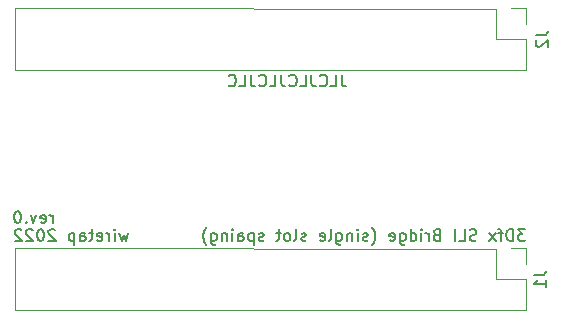
<source format=gbr>
%TF.GenerationSoftware,KiCad,Pcbnew,(5.1.6)-1*%
%TF.CreationDate,2022-09-19T12:58:48-04:00*%
%TF.ProjectId,3dfx-sli-1slot,33646678-2d73-46c6-992d-31736c6f742e,rev?*%
%TF.SameCoordinates,Original*%
%TF.FileFunction,Legend,Bot*%
%TF.FilePolarity,Positive*%
%FSLAX46Y46*%
G04 Gerber Fmt 4.6, Leading zero omitted, Abs format (unit mm)*
G04 Created by KiCad (PCBNEW (5.1.6)-1) date 2022-09-19 12:58:48*
%MOMM*%
%LPD*%
G01*
G04 APERTURE LIST*
%ADD10C,0.150000*%
%ADD11C,0.120000*%
G04 APERTURE END LIST*
D10*
X157654047Y-91019380D02*
X157654047Y-91733666D01*
X157701666Y-91876523D01*
X157796904Y-91971761D01*
X157939761Y-92019380D01*
X158035000Y-92019380D01*
X156701666Y-92019380D02*
X157177857Y-92019380D01*
X157177857Y-91019380D01*
X155796904Y-91924142D02*
X155844523Y-91971761D01*
X155987380Y-92019380D01*
X156082619Y-92019380D01*
X156225476Y-91971761D01*
X156320714Y-91876523D01*
X156368333Y-91781285D01*
X156415952Y-91590809D01*
X156415952Y-91447952D01*
X156368333Y-91257476D01*
X156320714Y-91162238D01*
X156225476Y-91067000D01*
X156082619Y-91019380D01*
X155987380Y-91019380D01*
X155844523Y-91067000D01*
X155796904Y-91114619D01*
X155082619Y-91019380D02*
X155082619Y-91733666D01*
X155130238Y-91876523D01*
X155225476Y-91971761D01*
X155368333Y-92019380D01*
X155463571Y-92019380D01*
X154130238Y-92019380D02*
X154606428Y-92019380D01*
X154606428Y-91019380D01*
X153225476Y-91924142D02*
X153273095Y-91971761D01*
X153415952Y-92019380D01*
X153511190Y-92019380D01*
X153654047Y-91971761D01*
X153749285Y-91876523D01*
X153796904Y-91781285D01*
X153844523Y-91590809D01*
X153844523Y-91447952D01*
X153796904Y-91257476D01*
X153749285Y-91162238D01*
X153654047Y-91067000D01*
X153511190Y-91019380D01*
X153415952Y-91019380D01*
X153273095Y-91067000D01*
X153225476Y-91114619D01*
X152511190Y-91019380D02*
X152511190Y-91733666D01*
X152558809Y-91876523D01*
X152654047Y-91971761D01*
X152796904Y-92019380D01*
X152892142Y-92019380D01*
X151558809Y-92019380D02*
X152035000Y-92019380D01*
X152035000Y-91019380D01*
X150654047Y-91924142D02*
X150701666Y-91971761D01*
X150844523Y-92019380D01*
X150939761Y-92019380D01*
X151082619Y-91971761D01*
X151177857Y-91876523D01*
X151225476Y-91781285D01*
X151273095Y-91590809D01*
X151273095Y-91447952D01*
X151225476Y-91257476D01*
X151177857Y-91162238D01*
X151082619Y-91067000D01*
X150939761Y-91019380D01*
X150844523Y-91019380D01*
X150701666Y-91067000D01*
X150654047Y-91114619D01*
X149939761Y-91019380D02*
X149939761Y-91733666D01*
X149987380Y-91876523D01*
X150082619Y-91971761D01*
X150225476Y-92019380D01*
X150320714Y-92019380D01*
X148987380Y-92019380D02*
X149463571Y-92019380D01*
X149463571Y-91019380D01*
X148082619Y-91924142D02*
X148130238Y-91971761D01*
X148273095Y-92019380D01*
X148368333Y-92019380D01*
X148511190Y-91971761D01*
X148606428Y-91876523D01*
X148654047Y-91781285D01*
X148701666Y-91590809D01*
X148701666Y-91447952D01*
X148654047Y-91257476D01*
X148606428Y-91162238D01*
X148511190Y-91067000D01*
X148368333Y-91019380D01*
X148273095Y-91019380D01*
X148130238Y-91067000D01*
X148082619Y-91114619D01*
X133167238Y-103576380D02*
X133167238Y-102909714D01*
X133167238Y-103100190D02*
X133119619Y-103004952D01*
X133072000Y-102957333D01*
X132976761Y-102909714D01*
X132881523Y-102909714D01*
X132167238Y-103528761D02*
X132262476Y-103576380D01*
X132452952Y-103576380D01*
X132548190Y-103528761D01*
X132595809Y-103433523D01*
X132595809Y-103052571D01*
X132548190Y-102957333D01*
X132452952Y-102909714D01*
X132262476Y-102909714D01*
X132167238Y-102957333D01*
X132119619Y-103052571D01*
X132119619Y-103147809D01*
X132595809Y-103243047D01*
X131786285Y-102909714D02*
X131548190Y-103576380D01*
X131310095Y-102909714D01*
X130929142Y-103481142D02*
X130881523Y-103528761D01*
X130929142Y-103576380D01*
X130976761Y-103528761D01*
X130929142Y-103481142D01*
X130929142Y-103576380D01*
X130262476Y-102576380D02*
X130167238Y-102576380D01*
X130072000Y-102624000D01*
X130024380Y-102671619D01*
X129976761Y-102766857D01*
X129929142Y-102957333D01*
X129929142Y-103195428D01*
X129976761Y-103385904D01*
X130024380Y-103481142D01*
X130072000Y-103528761D01*
X130167238Y-103576380D01*
X130262476Y-103576380D01*
X130357714Y-103528761D01*
X130405333Y-103481142D01*
X130452952Y-103385904D01*
X130500571Y-103195428D01*
X130500571Y-102957333D01*
X130452952Y-102766857D01*
X130405333Y-102671619D01*
X130357714Y-102624000D01*
X130262476Y-102576380D01*
X139580333Y-104433714D02*
X139389857Y-105100380D01*
X139199380Y-104624190D01*
X139008904Y-105100380D01*
X138818428Y-104433714D01*
X138437476Y-105100380D02*
X138437476Y-104433714D01*
X138437476Y-104100380D02*
X138485095Y-104148000D01*
X138437476Y-104195619D01*
X138389857Y-104148000D01*
X138437476Y-104100380D01*
X138437476Y-104195619D01*
X137961285Y-105100380D02*
X137961285Y-104433714D01*
X137961285Y-104624190D02*
X137913666Y-104528952D01*
X137866047Y-104481333D01*
X137770809Y-104433714D01*
X137675571Y-104433714D01*
X136961285Y-105052761D02*
X137056523Y-105100380D01*
X137247000Y-105100380D01*
X137342238Y-105052761D01*
X137389857Y-104957523D01*
X137389857Y-104576571D01*
X137342238Y-104481333D01*
X137247000Y-104433714D01*
X137056523Y-104433714D01*
X136961285Y-104481333D01*
X136913666Y-104576571D01*
X136913666Y-104671809D01*
X137389857Y-104767047D01*
X136627952Y-104433714D02*
X136247000Y-104433714D01*
X136485095Y-104100380D02*
X136485095Y-104957523D01*
X136437476Y-105052761D01*
X136342238Y-105100380D01*
X136247000Y-105100380D01*
X135485095Y-105100380D02*
X135485095Y-104576571D01*
X135532714Y-104481333D01*
X135627952Y-104433714D01*
X135818428Y-104433714D01*
X135913666Y-104481333D01*
X135485095Y-105052761D02*
X135580333Y-105100380D01*
X135818428Y-105100380D01*
X135913666Y-105052761D01*
X135961285Y-104957523D01*
X135961285Y-104862285D01*
X135913666Y-104767047D01*
X135818428Y-104719428D01*
X135580333Y-104719428D01*
X135485095Y-104671809D01*
X135008904Y-104433714D02*
X135008904Y-105433714D01*
X135008904Y-104481333D02*
X134913666Y-104433714D01*
X134723190Y-104433714D01*
X134627952Y-104481333D01*
X134580333Y-104528952D01*
X134532714Y-104624190D01*
X134532714Y-104909904D01*
X134580333Y-105005142D01*
X134627952Y-105052761D01*
X134723190Y-105100380D01*
X134913666Y-105100380D01*
X135008904Y-105052761D01*
X133389857Y-104195619D02*
X133342238Y-104148000D01*
X133247000Y-104100380D01*
X133008904Y-104100380D01*
X132913666Y-104148000D01*
X132866047Y-104195619D01*
X132818428Y-104290857D01*
X132818428Y-104386095D01*
X132866047Y-104528952D01*
X133437476Y-105100380D01*
X132818428Y-105100380D01*
X132199380Y-104100380D02*
X132104142Y-104100380D01*
X132008904Y-104148000D01*
X131961285Y-104195619D01*
X131913666Y-104290857D01*
X131866047Y-104481333D01*
X131866047Y-104719428D01*
X131913666Y-104909904D01*
X131961285Y-105005142D01*
X132008904Y-105052761D01*
X132104142Y-105100380D01*
X132199380Y-105100380D01*
X132294619Y-105052761D01*
X132342238Y-105005142D01*
X132389857Y-104909904D01*
X132437476Y-104719428D01*
X132437476Y-104481333D01*
X132389857Y-104290857D01*
X132342238Y-104195619D01*
X132294619Y-104148000D01*
X132199380Y-104100380D01*
X131485095Y-104195619D02*
X131437476Y-104148000D01*
X131342238Y-104100380D01*
X131104142Y-104100380D01*
X131008904Y-104148000D01*
X130961285Y-104195619D01*
X130913666Y-104290857D01*
X130913666Y-104386095D01*
X130961285Y-104528952D01*
X131532714Y-105100380D01*
X130913666Y-105100380D01*
X130532714Y-104195619D02*
X130485095Y-104148000D01*
X130389857Y-104100380D01*
X130151761Y-104100380D01*
X130056523Y-104148000D01*
X130008904Y-104195619D01*
X129961285Y-104290857D01*
X129961285Y-104386095D01*
X130008904Y-104528952D01*
X130580333Y-105100380D01*
X129961285Y-105100380D01*
X173202476Y-104100380D02*
X172583428Y-104100380D01*
X172916761Y-104481333D01*
X172773904Y-104481333D01*
X172678666Y-104528952D01*
X172631047Y-104576571D01*
X172583428Y-104671809D01*
X172583428Y-104909904D01*
X172631047Y-105005142D01*
X172678666Y-105052761D01*
X172773904Y-105100380D01*
X173059619Y-105100380D01*
X173154857Y-105052761D01*
X173202476Y-105005142D01*
X172154857Y-105100380D02*
X172154857Y-104100380D01*
X171916761Y-104100380D01*
X171773904Y-104148000D01*
X171678666Y-104243238D01*
X171631047Y-104338476D01*
X171583428Y-104528952D01*
X171583428Y-104671809D01*
X171631047Y-104862285D01*
X171678666Y-104957523D01*
X171773904Y-105052761D01*
X171916761Y-105100380D01*
X172154857Y-105100380D01*
X171297714Y-104433714D02*
X170916761Y-104433714D01*
X171154857Y-105100380D02*
X171154857Y-104243238D01*
X171107238Y-104148000D01*
X171012000Y-104100380D01*
X170916761Y-104100380D01*
X170678666Y-105100380D02*
X170154857Y-104433714D01*
X170678666Y-104433714D02*
X170154857Y-105100380D01*
X169059619Y-105052761D02*
X168916761Y-105100380D01*
X168678666Y-105100380D01*
X168583428Y-105052761D01*
X168535809Y-105005142D01*
X168488190Y-104909904D01*
X168488190Y-104814666D01*
X168535809Y-104719428D01*
X168583428Y-104671809D01*
X168678666Y-104624190D01*
X168869142Y-104576571D01*
X168964380Y-104528952D01*
X169012000Y-104481333D01*
X169059619Y-104386095D01*
X169059619Y-104290857D01*
X169012000Y-104195619D01*
X168964380Y-104148000D01*
X168869142Y-104100380D01*
X168631047Y-104100380D01*
X168488190Y-104148000D01*
X167583428Y-105100380D02*
X168059619Y-105100380D01*
X168059619Y-104100380D01*
X167250095Y-105100380D02*
X167250095Y-104100380D01*
X165678666Y-104576571D02*
X165535809Y-104624190D01*
X165488190Y-104671809D01*
X165440571Y-104767047D01*
X165440571Y-104909904D01*
X165488190Y-105005142D01*
X165535809Y-105052761D01*
X165631047Y-105100380D01*
X166012000Y-105100380D01*
X166012000Y-104100380D01*
X165678666Y-104100380D01*
X165583428Y-104148000D01*
X165535809Y-104195619D01*
X165488190Y-104290857D01*
X165488190Y-104386095D01*
X165535809Y-104481333D01*
X165583428Y-104528952D01*
X165678666Y-104576571D01*
X166012000Y-104576571D01*
X165012000Y-105100380D02*
X165012000Y-104433714D01*
X165012000Y-104624190D02*
X164964380Y-104528952D01*
X164916761Y-104481333D01*
X164821523Y-104433714D01*
X164726285Y-104433714D01*
X164392952Y-105100380D02*
X164392952Y-104433714D01*
X164392952Y-104100380D02*
X164440571Y-104148000D01*
X164392952Y-104195619D01*
X164345333Y-104148000D01*
X164392952Y-104100380D01*
X164392952Y-104195619D01*
X163488190Y-105100380D02*
X163488190Y-104100380D01*
X163488190Y-105052761D02*
X163583428Y-105100380D01*
X163773904Y-105100380D01*
X163869142Y-105052761D01*
X163916761Y-105005142D01*
X163964380Y-104909904D01*
X163964380Y-104624190D01*
X163916761Y-104528952D01*
X163869142Y-104481333D01*
X163773904Y-104433714D01*
X163583428Y-104433714D01*
X163488190Y-104481333D01*
X162583428Y-104433714D02*
X162583428Y-105243238D01*
X162631047Y-105338476D01*
X162678666Y-105386095D01*
X162773904Y-105433714D01*
X162916761Y-105433714D01*
X163012000Y-105386095D01*
X162583428Y-105052761D02*
X162678666Y-105100380D01*
X162869142Y-105100380D01*
X162964380Y-105052761D01*
X163012000Y-105005142D01*
X163059619Y-104909904D01*
X163059619Y-104624190D01*
X163012000Y-104528952D01*
X162964380Y-104481333D01*
X162869142Y-104433714D01*
X162678666Y-104433714D01*
X162583428Y-104481333D01*
X161726285Y-105052761D02*
X161821523Y-105100380D01*
X162012000Y-105100380D01*
X162107238Y-105052761D01*
X162154857Y-104957523D01*
X162154857Y-104576571D01*
X162107238Y-104481333D01*
X162012000Y-104433714D01*
X161821523Y-104433714D01*
X161726285Y-104481333D01*
X161678666Y-104576571D01*
X161678666Y-104671809D01*
X162154857Y-104767047D01*
X160202476Y-105481333D02*
X160250095Y-105433714D01*
X160345333Y-105290857D01*
X160392952Y-105195619D01*
X160440571Y-105052761D01*
X160488190Y-104814666D01*
X160488190Y-104624190D01*
X160440571Y-104386095D01*
X160392952Y-104243238D01*
X160345333Y-104148000D01*
X160250095Y-104005142D01*
X160202476Y-103957523D01*
X159869142Y-105052761D02*
X159773904Y-105100380D01*
X159583428Y-105100380D01*
X159488190Y-105052761D01*
X159440571Y-104957523D01*
X159440571Y-104909904D01*
X159488190Y-104814666D01*
X159583428Y-104767047D01*
X159726285Y-104767047D01*
X159821523Y-104719428D01*
X159869142Y-104624190D01*
X159869142Y-104576571D01*
X159821523Y-104481333D01*
X159726285Y-104433714D01*
X159583428Y-104433714D01*
X159488190Y-104481333D01*
X159012000Y-105100380D02*
X159012000Y-104433714D01*
X159012000Y-104100380D02*
X159059619Y-104148000D01*
X159012000Y-104195619D01*
X158964380Y-104148000D01*
X159012000Y-104100380D01*
X159012000Y-104195619D01*
X158535809Y-104433714D02*
X158535809Y-105100380D01*
X158535809Y-104528952D02*
X158488190Y-104481333D01*
X158392952Y-104433714D01*
X158250095Y-104433714D01*
X158154857Y-104481333D01*
X158107238Y-104576571D01*
X158107238Y-105100380D01*
X157202476Y-104433714D02*
X157202476Y-105243238D01*
X157250095Y-105338476D01*
X157297714Y-105386095D01*
X157392952Y-105433714D01*
X157535809Y-105433714D01*
X157631047Y-105386095D01*
X157202476Y-105052761D02*
X157297714Y-105100380D01*
X157488190Y-105100380D01*
X157583428Y-105052761D01*
X157631047Y-105005142D01*
X157678666Y-104909904D01*
X157678666Y-104624190D01*
X157631047Y-104528952D01*
X157583428Y-104481333D01*
X157488190Y-104433714D01*
X157297714Y-104433714D01*
X157202476Y-104481333D01*
X156583428Y-105100380D02*
X156678666Y-105052761D01*
X156726285Y-104957523D01*
X156726285Y-104100380D01*
X155821523Y-105052761D02*
X155916761Y-105100380D01*
X156107238Y-105100380D01*
X156202476Y-105052761D01*
X156250095Y-104957523D01*
X156250095Y-104576571D01*
X156202476Y-104481333D01*
X156107238Y-104433714D01*
X155916761Y-104433714D01*
X155821523Y-104481333D01*
X155773904Y-104576571D01*
X155773904Y-104671809D01*
X156250095Y-104767047D01*
X154631047Y-105052761D02*
X154535809Y-105100380D01*
X154345333Y-105100380D01*
X154250095Y-105052761D01*
X154202476Y-104957523D01*
X154202476Y-104909904D01*
X154250095Y-104814666D01*
X154345333Y-104767047D01*
X154488190Y-104767047D01*
X154583428Y-104719428D01*
X154631047Y-104624190D01*
X154631047Y-104576571D01*
X154583428Y-104481333D01*
X154488190Y-104433714D01*
X154345333Y-104433714D01*
X154250095Y-104481333D01*
X153631047Y-105100380D02*
X153726285Y-105052761D01*
X153773904Y-104957523D01*
X153773904Y-104100380D01*
X153107238Y-105100380D02*
X153202476Y-105052761D01*
X153250095Y-105005142D01*
X153297714Y-104909904D01*
X153297714Y-104624190D01*
X153250095Y-104528952D01*
X153202476Y-104481333D01*
X153107238Y-104433714D01*
X152964380Y-104433714D01*
X152869142Y-104481333D01*
X152821523Y-104528952D01*
X152773904Y-104624190D01*
X152773904Y-104909904D01*
X152821523Y-105005142D01*
X152869142Y-105052761D01*
X152964380Y-105100380D01*
X153107238Y-105100380D01*
X152488190Y-104433714D02*
X152107238Y-104433714D01*
X152345333Y-104100380D02*
X152345333Y-104957523D01*
X152297714Y-105052761D01*
X152202476Y-105100380D01*
X152107238Y-105100380D01*
X151059619Y-105052761D02*
X150964380Y-105100380D01*
X150773904Y-105100380D01*
X150678666Y-105052761D01*
X150631047Y-104957523D01*
X150631047Y-104909904D01*
X150678666Y-104814666D01*
X150773904Y-104767047D01*
X150916761Y-104767047D01*
X151012000Y-104719428D01*
X151059619Y-104624190D01*
X151059619Y-104576571D01*
X151012000Y-104481333D01*
X150916761Y-104433714D01*
X150773904Y-104433714D01*
X150678666Y-104481333D01*
X150202476Y-104433714D02*
X150202476Y-105433714D01*
X150202476Y-104481333D02*
X150107238Y-104433714D01*
X149916761Y-104433714D01*
X149821523Y-104481333D01*
X149773904Y-104528952D01*
X149726285Y-104624190D01*
X149726285Y-104909904D01*
X149773904Y-105005142D01*
X149821523Y-105052761D01*
X149916761Y-105100380D01*
X150107238Y-105100380D01*
X150202476Y-105052761D01*
X148869142Y-105100380D02*
X148869142Y-104576571D01*
X148916761Y-104481333D01*
X149012000Y-104433714D01*
X149202476Y-104433714D01*
X149297714Y-104481333D01*
X148869142Y-105052761D02*
X148964380Y-105100380D01*
X149202476Y-105100380D01*
X149297714Y-105052761D01*
X149345333Y-104957523D01*
X149345333Y-104862285D01*
X149297714Y-104767047D01*
X149202476Y-104719428D01*
X148964380Y-104719428D01*
X148869142Y-104671809D01*
X148392952Y-105100380D02*
X148392952Y-104433714D01*
X148392952Y-104100380D02*
X148440571Y-104148000D01*
X148392952Y-104195619D01*
X148345333Y-104148000D01*
X148392952Y-104100380D01*
X148392952Y-104195619D01*
X147916761Y-104433714D02*
X147916761Y-105100380D01*
X147916761Y-104528952D02*
X147869142Y-104481333D01*
X147773904Y-104433714D01*
X147631047Y-104433714D01*
X147535809Y-104481333D01*
X147488190Y-104576571D01*
X147488190Y-105100380D01*
X146583428Y-104433714D02*
X146583428Y-105243238D01*
X146631047Y-105338476D01*
X146678666Y-105386095D01*
X146773904Y-105433714D01*
X146916761Y-105433714D01*
X147012000Y-105386095D01*
X146583428Y-105052761D02*
X146678666Y-105100380D01*
X146869142Y-105100380D01*
X146964380Y-105052761D01*
X147012000Y-105005142D01*
X147059619Y-104909904D01*
X147059619Y-104624190D01*
X147012000Y-104528952D01*
X146964380Y-104481333D01*
X146869142Y-104433714D01*
X146678666Y-104433714D01*
X146583428Y-104481333D01*
X146202476Y-105481333D02*
X146154857Y-105433714D01*
X146059619Y-105290857D01*
X146012000Y-105195619D01*
X145964380Y-105052761D01*
X145916761Y-104814666D01*
X145916761Y-104624190D01*
X145964380Y-104386095D01*
X146012000Y-104243238D01*
X146059619Y-104148000D01*
X146154857Y-104005142D01*
X146202476Y-103957523D01*
D11*
%TO.C,J1*%
X173288000Y-108331000D02*
X173288000Y-110871000D01*
X170688000Y-108331000D02*
X173288000Y-108331000D01*
X170688000Y-108331000D02*
X170688000Y-105791000D01*
X170688000Y-105791000D02*
X129988000Y-105731000D01*
X173228000Y-110931000D02*
X129988000Y-110931000D01*
X129988000Y-110931000D02*
X129988000Y-105731000D01*
X173288000Y-105731000D02*
X171958000Y-105731000D01*
X173288000Y-107061000D02*
X173288000Y-105731000D01*
%TO.C,J2*%
X173288000Y-86741000D02*
X173288000Y-85411000D01*
X173288000Y-85411000D02*
X171958000Y-85411000D01*
X129988000Y-90611000D02*
X129988000Y-85411000D01*
X173228000Y-90611000D02*
X129988000Y-90611000D01*
X170688000Y-85471000D02*
X129988000Y-85411000D01*
X170688000Y-88011000D02*
X170688000Y-85471000D01*
X170688000Y-88011000D02*
X173288000Y-88011000D01*
X173288000Y-88011000D02*
X173288000Y-90551000D01*
%TO.C,J1*%
D10*
X173950380Y-107997666D02*
X174664666Y-107997666D01*
X174807523Y-107950047D01*
X174902761Y-107854809D01*
X174950380Y-107711952D01*
X174950380Y-107616714D01*
X174950380Y-108997666D02*
X174950380Y-108426238D01*
X174950380Y-108711952D02*
X173950380Y-108711952D01*
X174093238Y-108616714D01*
X174188476Y-108521476D01*
X174236095Y-108426238D01*
%TO.C,J2*%
X174077380Y-87677666D02*
X174791666Y-87677666D01*
X174934523Y-87630047D01*
X175029761Y-87534809D01*
X175077380Y-87391952D01*
X175077380Y-87296714D01*
X174172619Y-88106238D02*
X174125000Y-88153857D01*
X174077380Y-88249095D01*
X174077380Y-88487190D01*
X174125000Y-88582428D01*
X174172619Y-88630047D01*
X174267857Y-88677666D01*
X174363095Y-88677666D01*
X174505952Y-88630047D01*
X175077380Y-88058619D01*
X175077380Y-88677666D01*
%TD*%
M02*

</source>
